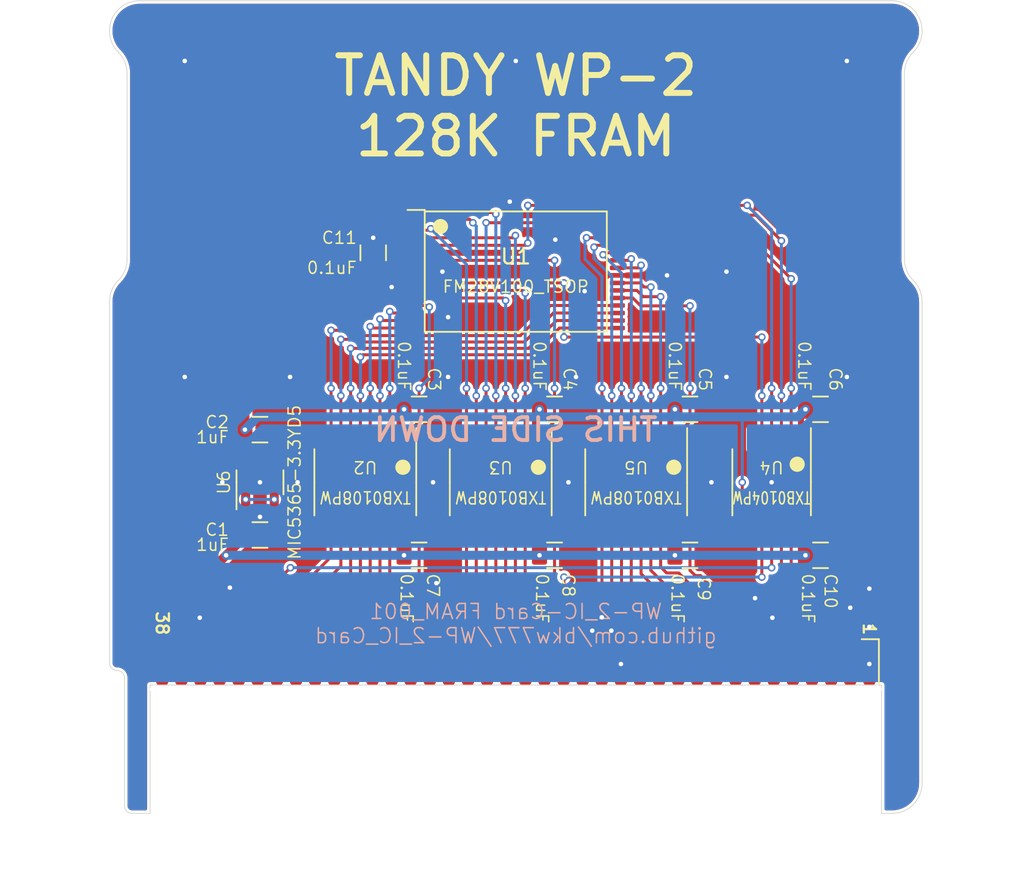
<source format=kicad_pcb>
(kicad_pcb (version 20211014) (generator pcbnew)
  (title_block (title "WP-2_IC-Card") (date "2023-01-12") (rev "FRAM_001") (company "Brian K. White - b.kenyon.w@gmail.com") (comment 1 "CC-BY-SA") (comment 2 "github.com/bkw777/WP-2_IC_Card"))
  (layers (0 "F.Cu" signal) (31 "B.Cu" signal) (34 "B.Paste" user) (35 "F.Paste" user) (36 "B.SilkS" user "B.Silkscreen") (37 "F.SilkS" user "F.Silkscreen") (38 "B.Mask" user) (39 "F.Mask" user) (44 "Edge.Cuts" user))
  (net 0 "")
  (net 1 "GND")
  (net 2 "/~{CE1}")
  (net 3 "/~{OE}")
  (net 4 "/D0")
  (net 5 "/D1")
  (net 6 "/D2")
  (net 7 "/D3")
  (net 8 "/D4")
  (net 9 "/D5")
  (net 10 "/D6")
  (net 11 "/D7")
  (net 12 "/A16")
  (net 13 "/A15")
  (net 14 "/A14")
  (net 15 "/A13")
  (net 16 "/A12")
  (net 17 "/A11")
  (net 18 "/A10")
  (net 19 "/A9")
  (net 20 "/A8")
  (net 21 "/A7")
  (net 22 "/A6")
  (net 23 "/A5")
  (net 24 "/A4")
  (net 25 "/A3")
  (net 26 "/A2")
  (net 27 "/A1")
  (net 28 "/A0")
  (net 30 "VMEM")
  (net 31 "VBUS")
  (net 32 "/~{WE}")
  (net 37 "Net-(U1-Pad1)")
  (net 38 "Net-(U1-Pad2)")
  (net 39 "Net-(U1-Pad3)")
  (net 40 "Net-(U1-Pad4)")
  (net 41 "Net-(U1-Pad5)")
  (net 42 "Net-(U1-Pad7)")
  (net 43 "Net-(U1-Pad10)")
  (net 44 "Net-(U1-Pad11)")
  (net 45 "Net-(U1-Pad12)")
  (net 46 "Net-(U1-Pad13)")
  (net 47 "Net-(U1-Pad14)")
  (net 48 "Net-(U1-Pad15)")
  (net 49 "Net-(U1-Pad16)")
  (net 50 "Net-(U1-Pad17)")
  (net 51 "Net-(U1-Pad18)")
  (net 52 "Net-(U1-Pad19)")
  (net 53 "Net-(U1-Pad20)")
  (net 54 "Net-(U1-Pad21)")
  (net 55 "Net-(U1-Pad22)")
  (net 56 "Net-(U1-Pad23)")
  (net 57 "Net-(U1-Pad25)")
  (net 58 "Net-(U1-Pad26)")
  (net 59 "Net-(U1-Pad27)")
  (net 60 "Net-(U1-Pad28)")
  (net 61 "Net-(U1-Pad29)")
  (net 62 "Net-(U1-Pad31)")
  (net 65 "Net-(U1-Pad30)")
  (net 66 "Net-(U1-Pad32)")
  (footprint "0_LOCAL:SMS-138-01-x-x_edge" (layer "F.Cu") (at 135.95 113.72 -90)
    (fp_text reference "J1" hide)
    (fp_text value "Conn_01x38_Female")
  )
  (footprint "0_LOCAL:npth_0.6mm" (layer "F.Cu") (at 159.95 114.02)
    (fp_text reference "REF**" hide)
    (fp_text value "npth_0.6mm")
  )
  (footprint "0_LOCAL:TSOP32-14mm" (layer "F.Cu") (at 135.95 86.245)
    (fp_text reference "U1")
    (fp_text value "FM28V100_TSOP")
  )
  (footprint "0_LOCAL:C_0805_1mm" (layer "F.Cu") (at 118.95 103.745 180)
    (fp_text reference "C1")
    (fp_text value "1uF")
  )
  (footprint "0_LOCAL:C_0805_1mm" (layer "F.Cu") (at 118.95 96.745 180)
    (fp_text reference "C2")
    (fp_text value "1uF")
  )
  (footprint "0_LOCAL:TSSOP-20_4.4x6.5mm_P0.65mm" (layer "F.Cu") (at 143.95 100.245 -90)
    (fp_text reference "U5")
    (fp_text value "TXB0108PW")
  )
  (footprint "0_LOCAL:C_0805_1mm" (layer "F.Cu") (at 129.525 95.395)
    (fp_text reference "C3")
    (fp_text value "0.1uF")
  )
  (footprint "0_LOCAL:TSOT-23-5" (layer "F.Cu") (at 118.95 100.245 90)
    (fp_text reference "U6")
    (fp_text value "MIC5365-3.3YD5")
  )
  (footprint "0_LOCAL:C_0805_1mm" (layer "F.Cu") (at 129.525 105.095)
    (fp_text reference "C7")
    (fp_text value "0.1uF")
  )
  (footprint "0_LOCAL:C_0805_1mm" (layer "F.Cu") (at 147.525 105.095)
    (fp_text reference "C9")
    (fp_text value "0.1uF")
  )
  (footprint "0_LOCAL:TSSOP-20_4.4x6.5mm_P0.65mm" (layer "F.Cu") (at 134.95 100.245 -90)
    (fp_text reference "U3")
    (fp_text value "TXB0108PW")
  )
  (footprint "0_LOCAL:WP-2_IC_Card_Cover_RAM" (layer "F.Cu") (at 135.95 95.245)
    (fp_text reference "REF**" hide)
    (fp_text value "WP-2_IC_Card_Cover_RAM")
  )
  (footprint "0_LOCAL:C_0805_1mm" (layer "F.Cu") (at 147.525 95.395)
    (fp_text reference "C5")
    (fp_text value "0.1uF")
  )
  (footprint "0_LOCAL:C_0805_1mm" (layer "F.Cu") (at 156.2 95.395)
    (fp_text reference "C6")
    (fp_text value "0.1uF")
  )
  (footprint "0_LOCAL:C_0805_1mm" (layer "F.Cu") (at 156.2 105.095)
    (fp_text reference "C10")
    (fp_text value "0.1uF")
  )
  (footprint "0_LOCAL:npth_0.6mm" (layer "F.Cu") (at 111.95 114.02)
    (fp_text reference "REF**" hide)
    (fp_text value "npth_0.6mm")
  )
  (footprint "0_LOCAL:TSSOP-20_4.4x6.5mm_P0.65mm" (layer "F.Cu") (at 125.95 100.245 -90)
    (fp_text reference "U2")
    (fp_text value "TXB0108PW")
  )
  (footprint "0_LOCAL:C_0805_1mm" (layer "F.Cu") (at 138.525 105.095)
    (fp_text reference "C8")
    (fp_text value "0.1uF")
  )
  (footprint "0_LOCAL:TSSOP-14_4.4x5mm_P0.65mm" (layer "F.Cu") (at 152.95 100.245 -90)
    (fp_text reference "U4")
    (fp_text value "TXB0104PW")
  )
  (footprint "0_LOCAL:C_0805_1mm" (layer "F.Cu") (at 138.525 95.395)
    (fp_text reference "C4")
    (fp_text value "0.1uF")
  )
  (footprint "0_LOCAL:C_0805_1mm" (layer "F.Cu") (at 126.475 84.995 90)
    (fp_text reference "C11")
    (fp_text value "0.1uF")
  )
  (gr_line (start 108.949999 88.245) (end 108.95 112.245) (layer "Edge.Cuts") (width 0.05))
  (gr_line (start 160.95 68.245) (end 110.95 68.245) (layer "Edge.Cuts") (width 0.05))
  (gr_line (start 111.65 113.72) (end 160.25 113.72) (layer "Edge.Cuts") (width 0.05))
  (gr_line (start 160.25 122.245) (end 160.25 113.72) (layer "Edge.Cuts") (width 0.05))
  (gr_line (start 111.65 122.245) (end 111.65 113.72) (layer "Edge.Cuts") (width 0.05))
  (gr_line (start 110.45 122.245) (end 111.65 122.245) (layer "Edge.Cuts") (width 0.05))
  (gr_line (start 160.95 122.245) (end 160.25 122.245) (layer "Edge.Cuts") (width 0.05))
  (gr_line (start 162.95 120.245) (end 162.95 88.245) (layer "Edge.Cuts") (width 0.05))
  (gr_line (start 109.95 113.245) (end 109.95 121.745) (layer "Edge.Cuts") (width 0.05))
  (gr_arc (start 109.535787 71.659214) (mid 109.969333 72.308061) (end 110.121574 73.073428) (layer "Edge.Cuts") (width 0.05))
  (gr_arc (start 162.364213 86.830786) (mid 162.797759 87.479633) (end 162.95 88.245) (layer "Edge.Cuts") (width 0.05))
  (gr_arc (start 162.95 120.245) (mid 162.364214 121.659214) (end 160.95 122.245) (layer "Edge.Cuts") (width 0.05))
  (gr_arc (start 109.45 112.745) (mid 109.803553 112.891447) (end 109.95 113.245) (layer "Edge.Cuts") (width 0.05))
  (gr_arc (start 108.95 70.245) (mid 109.535786 68.830786) (end 110.95 68.245) (layer "Edge.Cuts") (width 0.05))
  (gr_arc (start 160.95 68.245) (mid 162.364214 68.830786) (end 162.95 70.245) (layer "Edge.Cuts") (width 0.05))
  (gr_arc (start 110.45 122.245) (mid 110.096447 122.098553) (end 109.95 121.745) (layer "Edge.Cuts") (width 0.05))
  (gr_arc (start 162.95 70.245) (mid 162.797759 71.010367) (end 162.364213 71.659214) (layer "Edge.Cuts") (width 0.05))
  (gr_arc (start 110.121573 85.416572) (mid 109.969339 86.181944) (end 109.535786 86.830786) (layer "Edge.Cuts") (width 0.05))
  (gr_line (start 161.778426 73.073428) (end 161.778426 85.416572) (layer "Edge.Cuts") (width 0.05))
  (gr_arc (start 162.364213 86.830786) (mid 161.930671 86.181939) (end 161.778426 85.416572) (layer "Edge.Cuts") (width 0.05))
  (gr_arc (start 108.949999 88.245) (mid 109.10224 87.479633) (end 109.535786 86.830786) (layer "Edge.Cuts") (width 0.05))
  (gr_arc (start 161.778426 73.073428) (mid 161.930667 72.308061) (end 162.364213 71.659214) (layer "Edge.Cuts") (width 0.05))
  (gr_arc (start 109.535787 71.659214) (mid 109.102241 71.010367) (end 108.95 70.245) (layer "Edge.Cuts") (width 0.05))
  (gr_line (start 110.121574 73.073428) (end 110.121573 85.416572) (layer "Edge.Cuts") (width 0.05))
  (gr_arc (start 109.45 112.745) (mid 109.096447 112.598553) (end 108.95 112.245) (layer "Edge.Cuts") (width 0.05))
  (gr_text "${TITLE} ${REVISION}\n${COMMENT2}" (at 135.95 109.64) (layer "B.SilkS") (effects (font (size 1 1) (thickness 0.1)) (justify mirror)))
  (gr_text "THIS SIDE DOWN" (at 135.95 96.745) (layer "B.SilkS") (effects (font (size 1.524 1.524) (thickness 0.254)) (justify mirror)))
  (gr_text "1" (at 159.445 110.485 -90) (layer "F.SilkS") (effects (font (size 0.8128 0.8128) (thickness 0.1524)) (justify right)))
  (gr_text "38" (at 112.455 110.485 -90) (layer "F.SilkS") (effects (font (size 0.8128 0.8128) (thickness 0.1524)) (justify right)))
  (gr_text "TANDY WP-2\n128K FRAM" (at 135.95 75.245) (layer "F.SilkS") (effects (font (size 2.5 2.5) (thickness 0.4))))
  (via (at 118.95 102.545) (size 0.5) (drill 0.3) (layers "F.Cu" "B.Cu") (net 1))
  (via (at 131.45 89.27) (size 0.5) (drill 0.3) (layers "F.Cu" "B.Cu") (net 1))
  (via (at 139.95 93.245) (size 0.5) (drill 0.3) (layers "F.Cu" "B.Cu") (net 1))
  (via (at 151.85 107.945) (size 0.5) (drill 0.3) (layers "F.Cu" "B.Cu") (net 1))
  (via (at 116.95 107.245) (size 0.5) (drill 0.3) (layers "F.Cu" "B.Cu") (net 1))
  (via (at 142.3 110.104) (size 0.5) (drill 0.3) (layers "F.Cu" "B.Cu") (net 1))
  (via (at 127.7 87.27) (size 0.5) (drill 0.3) (layers "F.Cu" "B.Cu") (net 1))
  (via (at 135.55 81.595) (size 0.5) (drill 0.3) (layers "F.Cu" "B.Cu") (net 1))
  (via (at 114.95 109.245) (size 0.5) (drill 0.3) (layers "F.Cu" "B.Cu") (net 1))
  (via (at 149.95 93.245) (size 0.5) (drill 0.3) (layers "F.Cu" "B.Cu") (net 1))
  (via (at 157.95 72.245) (size 0.5) (drill 0.3) (layers "F.Cu" "B.Cu") (net 1))
  (via (at 135.95 72.245) (size 0.5) (drill 0.3) (layers "F.Cu" "B.Cu") (net 1))
  (via (at 126.475 83.995) (size 0.5) (drill 0.3) (layers "F.Cu" "B.Cu") (net 1))
  (via (at 118.95 100.245) (size 0.5) (drill 0.3) (layers "F.Cu" "B.Cu") (net 1))
  (via (at 140.525 87.545) (size 0.5) (drill 0.3) (layers "F.Cu" "B.Cu") (net 1))
  (via (at 159.445 107.31) (size 0.5) (drill 0.3) (layers "F.Cu" "B.Cu") (net 1))
  (via (at 141.03 110.104) (size 0.5) (drill 0.3) (layers "F.Cu" "B.Cu") (net 1))
  (via (at 148.95 100.245) (size 0.5) (drill 0.3) (layers "F.Cu" "B.Cu") (net 1))
  (via (at 138.575 84.12) (size 0.5) (drill 0.3) (layers "F.Cu" "B.Cu") (net 1))
  (via (at 152.95 100.245) (size 0.5) (drill 0.3) (layers "F.Cu" "B.Cu") (net 1))
  (via (at 113.95 72.245) (size 0.5) (drill 0.3) (layers "F.Cu" "B.Cu") (net 1))
  (via (at 142.935 112.32) (size 0.5) (drill 0.3) (layers "F.Cu" "B.Cu") (net 1))
  (via (at 146 86.495) (size 0.5) (drill 0.3) (layers "F.Cu" "B.Cu") (net 1))
  (via (at 120.95 93.245) (size 0.5) (drill 0.3) (layers "F.Cu" "B.Cu") (net 1))
  (via (at 159.445 112.32) (size 0.5) (drill 0.3) (layers "F.Cu" "B.Cu") (net 1))
  (via (at 131.075 86.245) (size 0.5) (drill 0.3) (layers "F.Cu" "B.Cu") (net 1))
  (via (at 141.665 109.215) (size 0.5) (drill 0.3) (layers "F.Cu" "B.Cu") (net 1))
  (via (at 157.95 93.245) (size 0.5) (drill 0.3) (layers "F.Cu" "B.Cu") (net 1))
  (via (at 130.675 106.945) (size 0.5) (drill 0.3) (layers "F.Cu" "B.Cu") (net 1))
  (via (at 130.45 100.245) (size 0.5) (drill 0.3) (layers "F.Cu" "B.Cu") (net 1))
  (via (at 153 109.245) (size 0.5) (drill 0.3) (layers "F.Cu" "B.Cu") (net 1))
  (via (at 158.175 108.58) (size 0.5) (drill 0.3) (layers "F.Cu" "B.Cu") (net 1))
  (via (at 159.445 109.85) (size 0.5) (drill 0.3) (layers "F.Cu" "B.Cu") (net 1))
  (via (at 116.45 100.245) (size 0.5) (drill 0.3) (layers "F.Cu" "B.Cu") (net 1))
  (via (at 149.95 86.245) (size 0.5) (drill 0.3) (layers "F.Cu" "B.Cu") (net 1))
  (via (at 113.95 93.245) (size 0.5) (drill 0.3) (layers "F.Cu" "B.Cu") (net 1))
  (via (at 121.45 100.245) (size 0.5) (drill 0.3) (layers "F.Cu" "B.Cu") (net 1))
  (via (at 139.45 100.245) (size 0.5) (drill 0.3) (layers "F.Cu" "B.Cu") (net 1))
  (via (at 131.45 93.245) (size 0.5) (drill 0.3) (layers "F.Cu" "B.Cu") (net 1))
  (segment (start 154.25 103.1075) (end 154.25 106.395) (width 0.2) (layer "F.Cu") (net 2))
  (segment (start 155.635 107.78) (end 155.635 112.32) (width 0.2) (layer "F.Cu") (net 2))
  (segment (start 154.25 106.395) (end 155.635 107.78) (width 0.2) (layer "F.Cu") (net 2))
  (segment (start 154.365 108.11) (end 154.365 112.32) (width 0.2) (layer "F.Cu") (net 3))
  (segment (start 153.6 107.345) (end 154.365 108.11) (width 0.2) (layer "F.Cu") (net 3))
  (segment (start 153.6 103.1075) (end 153.6 107.345) (width 0.2) (layer "F.Cu") (net 3))
  (segment (start 153.095 112.32) (end 153.095 111.315) (width 0.2) (layer "F.Cu") (net 4))
  (segment (start 146.875 103.645) (end 146.875 103.1075) (width 0.2) (layer "F.Cu") (net 4))
  (segment (start 147.525 106.095) (end 147.525 104.295) (width 0.2) (layer "F.Cu") (net 4))
  (segment (start 147.875 106.445) (end 147.525 106.095) (width 0.2) (layer "F.Cu") (net 4))
  (segment (start 153.095 111.315) (end 148.225 106.445) (width 0.2) (layer "F.Cu") (net 4))
  (segment (start 148.225 106.445) (end 147.875 106.445) (width 0.2) (layer "F.Cu") (net 4))
  (segment (start 147.525 104.295) (end 146.875 103.645) (width 0.2) (layer "F.Cu") (net 4))
  (segment (start 146.775 106.27) (end 151.825 111.32) (width 0.2) (layer "F.Cu") (net 5))
  (segment (start 151.825 111.32) (end 151.825 112.32) (width 0.2) (layer "F.Cu") (net 5))
  (segment (start 145.575 103.1075) (end 145.575 105.87) (width 0.2) (layer "F.Cu") (net 5))
  (segment (start 145.975 106.27) (end 146.775 106.27) (width 0.2) (layer "F.Cu") (net 5))
  (segment (start 145.575 105.87) (end 145.975 106.27) (width 0.2) (layer "F.Cu") (net 5))
  (segment (start 145.8 106.97) (end 146.225 106.97) (width 0.2) (layer "F.Cu") (net 6))
  (segment (start 150.555 111.3) (end 150.555 112.32) (width 0.2) (layer "F.Cu") (net 6))
  (segment (start 144.925 106.095) (end 145.8 106.97) (width 0.2) (layer "F.Cu") (net 6))
  (segment (start 146.225 106.97) (end 150.555 111.3) (width 0.2) (layer "F.Cu") (net 6))
  (segment (start 144.925 103.1075) (end 144.925 106.095) (width 0.2) (layer "F.Cu") (net 6))
  (segment (start 144.275 103.1075) (end 144.275 106.32) (width 0.2) (layer "F.Cu") (net 7))
  (segment (start 149.285 111.33) (end 149.285 112.32) (width 0.2) (layer "F.Cu") (net 7))
  (segment (start 144.275 106.32) (end 149.285 111.33) (width 0.2) (layer "F.Cu") (net 7))
  (segment (start 143.625 106.92) (end 148.015 111.31) (width 0.2) (layer "F.Cu") (net 8))
  (segment (start 148.015 111.31) (end 148.015 112.32) (width 0.2) (layer "F.Cu") (net 8))
  (segment (start 143.625 103.1075) (end 143.625 106.92) (width 0.2) (layer "F.Cu") (net 8))
  (segment (start 142.975 107.545) (end 146.745 111.315) (width 0.2) (layer "F.Cu") (net 9))
  (segment (start 142.975 103.1075) (end 142.975 107.545) (width 0.2) (layer "F.Cu") (net 9))
  (segment (start 146.745 111.315) (end 146.745 112.32) (width 0.2) (layer "F.Cu") (net 9))
  (segment (start 145.2 112.045) (end 145.475 112.32) (width 0.2) (layer "F.Cu") (net 10))
  (segment (start 142.325 103.1075) (end 142.325 107.745) (width 0.2) (layer "F.Cu") (net 10))
  (segment (start 142.325 107.745) (end 145.2 110.62) (width 0.2) (layer "F.Cu") (net 10))
  (segment (start 145.2 110.62) (end 145.2 112.045) (width 0.2) (layer "F.Cu") (net 10))
  (segment (start 141.675 107.97) (end 144.205 110.5) (width 0.2) (layer "F.Cu") (net 11))
  (segment (start 141.675 103.1075) (end 141.675 107.97) (width 0.2) (layer "F.Cu") (net 11))
  (segment (start 144.205 110.5) (end 144.205 112.32) (width 0.2) (layer "F.Cu") (net 11))
  (segment (start 152.3 106.545) (end 152.3 103.1075) (width 0.2) (layer "F.Cu") (net 12))
  (segment (start 139.15 106.545) (end 139.15 110.02) (width 0.2) (layer "F.Cu") (net 12))
  (segment (start 137.855 111.315) (end 137.855 112.32) (width 0.2) (layer "F.Cu") (net 12))
  (segment (start 139.15 110.02) (end 137.855 111.315) (width 0.2) (layer "F.Cu") (net 12))
  (via (at 152.3 106.545) (size 0.5) (drill 0.3) (layers "F.Cu" "B.Cu") (net 12))
  (via (at 139.15 106.545) (size 0.5) (drill 0.3) (layers "F.Cu" "B.Cu") (net 12))
  (segment (start 152.3 106.545) (end 139.15 106.545) (width 0.2) (layer "B.Cu") (net 12))
  (segment (start 138.525 109.395) (end 136.585 111.335) (width 0.2) (layer "F.Cu") (net 13))
  (segment (start 138.525 104.295) (end 138.525 109.395) (width 0.2) (layer "F.Cu") (net 13))
  (segment (start 137.875 103.1075) (end 137.875 103.645) (width 0.2) (layer "F.Cu") (net 13))
  (segment (start 136.585 111.335) (end 136.585 112.32) (width 0.2) (layer "F.Cu") (net 13))
  (segment (start 137.875 103.645) (end 138.525 104.295) (width 0.2) (layer "F.Cu") (net 13))
  (segment (start 136.575 103.1075) (end 136.575 110.0575) (width 0.2) (layer "F.Cu") (net 14))
  (segment (start 136.575 110.0575) (end 135.315 111.3175) (width 0.2) (layer "F.Cu") (net 14))
  (segment (start 135.315 111.3175) (end 135.315 112.32) (width 0.2) (layer "F.Cu") (net 14))
  (segment (start 134.045 111.325) (end 134.045 112.32) (width 0.2) (layer "F.Cu") (net 15))
  (segment (start 135.925 103.1075) (end 135.925 109.445) (width 0.2) (layer "F.Cu") (net 15))
  (segment (start 135.925 109.445) (end 134.045 111.325) (width 0.2) (layer "F.Cu") (net 15))
  (segment (start 135.275 108.845) (end 132.775 111.345) (width 0.2) (layer "F.Cu") (net 16))
  (segment (start 135.275 103.1075) (end 135.275 108.845) (width 0.2) (layer "F.Cu") (net 16))
  (segment (start 132.775 111.345) (end 132.775 112.32) (width 0.2) (layer "F.Cu") (net 16))
  (segment (start 131.505 111.315) (end 131.505 112.32) (width 0.2) (layer "F.Cu") (net 17))
  (segment (start 134.625 103.1075) (end 134.625 108.195) (width 0.2) (layer "F.Cu") (net 17))
  (segment (start 134.625 108.195) (end 131.505 111.315) (width 0.2) (layer "F.Cu") (net 17))
  (segment (start 130.235 112.32) (end 130.235 111.31) (width 0.2) (layer "F.Cu") (net 18))
  (segment (start 130.235 111.31) (end 133.975 107.57) (width 0.2) (layer "F.Cu") (net 18))
  (segment (start 133.975 107.57) (end 133.975 103.1075) (width 0.2) (layer "F.Cu") (net 18))
  (segment (start 133.325 106.97) (end 133.325 103.1075) (width 0.2) (layer "F.Cu") (net 19))
  (segment (start 128.965 111.33) (end 133.325 106.97) (width 0.2) (layer "F.Cu") (net 19))
  (segment (start 128.965 112.32) (end 128.965 111.33) (width 0.2) (layer "F.Cu") (net 19))
  (segment (start 127.695 111.325) (end 132.675 106.345) (width 0.2) (layer "F.Cu") (net 20))
  (segment (start 127.695 112.32) (end 127.695 111.325) (width 0.2) (layer "F.Cu") (net 20))
  (segment (start 132.675 106.345) (end 132.675 103.1075) (width 0.2) (layer "F.Cu") (net 20))
  (segment (start 129.525 108.22) (end 126.425 111.32) (width 0.2) (layer "F.Cu") (net 21))
  (segment (start 129.525 104.295) (end 129.525 108.22) (width 0.2) (layer "F.Cu") (net 21))
  (segment (start 126.425 111.32) (end 126.425 112.32) (width 0.2) (layer "F.Cu") (net 21))
  (segment (start 128.875 103.1075) (end 128.875 103.645) (width 0.2) (layer "F.Cu") (net 21))
  (segment (start 128.875 103.645) (end 129.525 104.295) (width 0.2) (layer "F.Cu") (net 21))
  (segment (start 125.155 111.34) (end 125.155 112.32) (width 0.2) (layer "F.Cu") (net 22))
  (segment (start 127.575 103.1075) (end 127.575 108.92) (width 0.2) (layer "F.Cu") (net 22))
  (segment (start 127.575 108.92) (end 125.155 111.34) (width 0.2) (layer "F.Cu") (net 22))
  (segment (start 126.925 103.1075) (end 126.925 108.32) (width 0.2) (layer "F.Cu") (net 23))
  (segment (start 123.885 111.36) (end 123.885 112.32) (width 0.2) (layer "F.Cu") (net 23))
  (segment (start 126.925 108.32) (end 123.885 111.36) (width 0.2) (layer "F.Cu") (net 23))
  (segment (start 122.615 111.33) (end 122.615 112.32) (width 0.2) (layer "F.Cu") (net 24))
  (segment (start 126.275 103.1075) (end 126.275 107.67) (width 0.2) (layer "F.Cu") (net 24))
  (segment (start 126.275 107.67) (end 122.615 111.33) (width 0.2) (layer "F.Cu") (net 24))
  (segment (start 125.625 107.045) (end 121.345 111.325) (width 0.2) (layer "F.Cu") (net 25))
  (segment (start 121.345 111.325) (end 121.345 112.32) (width 0.2) (layer "F.Cu") (net 25))
  (segment (start 125.625 103.1075) (end 125.625 107.045) (width 0.2) (layer "F.Cu") (net 25))
  (segment (start 124.975 106.42) (end 120.075 111.32) (width 0.2) (layer "F.Cu") (net 26))
  (segment (start 120.075 111.32) (end 120.075 112.32) (width 0.2) (layer "F.Cu") (net 26))
  (segment (start 124.975 103.1075) (end 124.975 106.42) (width 0.2) (layer "F.Cu") (net 26))
  (segment (start 124.325 103.1075) (end 124.325 105.82) (width 0.2) (layer "F.Cu") (net 27))
  (segment (start 124.325 105.82) (end 118.805 111.34) (width 0.2) (layer "F.Cu") (net 27))
  (segment (start 118.805 111.34) (end 118.805 112.32) (width 0.2) (layer "F.Cu") (net 27))
  (segment (start 123.675 105.195) (end 123.675 103.1075) (width 0.2) (layer "F.Cu") (net 28))
  (segment (start 117.75 112.105) (end 117.75 111.12) (width 0.2) (layer "F.Cu") (net 28))
  (segment (start 117.535 112.32) (end 117.75 112.105) (width 0.2) (layer "F.Cu") (net 28))
  (segment (start 117.75 111.12) (end 123.675 105.195) (width 0.2) (layer "F.Cu") (net 28))
  (segment (start 117.95 89.345) (end 121.3 85.995) (width 0.6) (layer "F.Cu") (net 30))
  (segment (start 132.325 98.545) (end 136.875 98.545) (width 0.2) (layer "F.Cu") (net 30))
  (segment (start 128.225 98.245) (end 128.225 97.3825) (width 0.2) (layer "F.Cu") (net 30))
  (segment (start 123.025 98.22) (end 123.375 98.57) (width 0.2) (layer "F.Cu") (net 30))
  (segment (start 117.95 96.745) (end 118 96.795) (width 0.6) (layer "F.Cu") (net 30))
  (segment (start 128.3 85.145) (end 128.45 84.995) (width 0.2) (layer "F.Cu") (net 30))
  (segment (start 146.225 98.195) (end 146.225 97.3825) (width 0.2) (layer "F.Cu") (net 30))
  (segment (start 155.2 95.395) (end 154.9 95.695) (width 0.4) (layer "F.Cu") (net 30))
  (segment (start 126.475 85.995) (end 128.3 85.995) (width 0.3) (layer "F.Cu") (net 30))
  (segment (start 128.525 95.395) (end 128.225 95.695) (width 0.4) (layer "F.Cu") (net 30))
  (segment (start 121.3 85.995) (end 126.475 85.995) (width 0.6) (layer "F.Cu") (net 30))
  (segment (start 151 103.1075) (end 151 100.245) (width 0.2) (layer "F.Cu") (net 30))
  (segment (start 141.025 98.245) (end 141.325 98.545) (width 0.2) (layer "F.Cu") (net 30))
  (segment (start 127.9 98.57) (end 128.225 98.245) (width 0.2) (layer "F.Cu") (net 30))
  (segment (start 132.025 97.3825) (end 132.025 98.245) (width 0.2) (layer "F.Cu") (net 30))
  (segment (start 146.525 95.395) (end 146.225 95.695) (width 0.4) (layer "F.Cu") (net 30))
  (segment (start 145.875 98.545) (end 146.225 98.195) (width 0.2) (layer "F.Cu") (net 30))
  (segment (start 118 96.795) (end 118 99.2075) (width 0.6) (layer "F.Cu") (net 30))
  (segment (start 132.025 98.245) (end 132.325 98.545) (width 0.2) (layer "F.Cu") (net 30))
  (segment (start 128.3 85.995) (end 129.2 85.995) (width 0.3) (layer "F.Cu") (net 30))
  (segment (start 117.95 96.745) (end 117.95 89.345) (width 0.6) (layer "F.Cu") (net 30))
  (segment (start 141.025 97.3825) (end 141.025 98.245) (width 0.2) (layer "F.Cu") (net 30))
  (segment (start 128.3 85.995) (end 128.3 85.145) (width 0.2) (layer "F.Cu") (net 30))
  (segment (start 154.9 95.695) (end 154.9 97.3825) (width 0.4) (layer "F.Cu") (net 30))
  (segment (start 137.225 95.695) (end 137.225 97.3825) (width 0.4) (layer "F.Cu") (net 30))
  (segment (start 137.525 95.395) (end 137.225 95.695) (width 0.4) (layer "F.Cu") (net 30))
  (segment (start 123.375 98.57) (end 127.9 98.57) (width 0.2) (layer "F.Cu") (net 30))
  (segment (start 128.45 84.995) (end 129.2 84.995) (width 0.2) (layer "F.Cu") (net 30))
  (segment (start 146.225 95.695) (end 146.225 97.3825) (width 0.4) (layer "F.Cu") (net 30))
  (segment (start 123.025 97.3825) (end 123.025 98.22) (width 0.2) (layer "F.Cu") (net 30))
  (segment (start 136.875 98.545) (end 137.225 98.195) (width 0.2) (layer "F.Cu") (net 30))
  (segment (start 128.225 95.695) (end 128.225 97.3825) (width 0.4) (layer "F.Cu") (net 30))
  (segment (start 141.325 98.545) (end 145.875 98.545) (width 0.2) (layer "F.Cu") (net 30))
  (segment (start 137.225 98.195) (end 137.225 97.3825) (width 0.2) (layer "F.Cu") (net 30))
  (via (at 155.2 95.395) (size 0.5) (drill 0.3) (layers "F.Cu" "B.Cu") (net 30))
  (via (at 137.525 95.395) (size 0.5) (drill 0.3) (layers "F.Cu" "B.Cu") (net 30))
  (via (at 128.525 95.395) (size 0.5) (drill 0.3) (layers "F.Cu" "B.Cu") (net 30))
  (via (at 117.95 96.745) (size 0.5) (drill 0.3) (layers "F.Cu" "B.Cu") (net 30))
  (via (at 151 100.245) (size 0.5) (drill 0.3) (layers "F.Cu" "B.Cu") (net 30))
  (via (at 146.525 95.395) (size 0.5) (drill 0.3) (layers "F.Cu" "B.Cu") (net 30))
  (segment (start 146.525 95.895) (end 146.525 95.395) (width 0.6) (layer "B.Cu") (net 30))
  (segment (start 128.525 95.895) (end 128.525 95.395) (width 0.6) (layer "B.Cu") (net 30))
  (segment (start 155.2 95.395) (end 154.7 95.895) (width 0.6) (layer "B.Cu") (net 30))
  (segment (start 118.8 95.895) (end 151 95.895) (width 0.6) (layer "B.Cu") (net 30))
  (segment (start 117.95 96.745) (end 118.8 95.895) (width 0.6) (layer "B.Cu") (net 30))
  (segment (start 151 100.245) (end 151 95.895) (width 0.2) (layer "B.Cu") (net 30))
  (segment (start 137.525 95.895) (end 137.525 95.395) (width 0.6) (layer "B.Cu") (net 30))
  (segment (start 154.7 95.895) (end 151 95.895) (width 0.6) (layer "B.Cu") (net 30))
  (segment (start 118 103.795) (end 118 101.3825) (width 0.6) (layer "F.Cu") (net 31))
  (segment (start 146.225 104.795) (end 146.225 103.1075) (width 0.4) (layer "F.Cu") (net 31))
  (segment (start 128.225 104.795) (end 128.225 103.1075) (width 0.4) (layer "F.Cu") (net 31))
  (segment (start 155.2 105.095) (end 154.9 104.795) (width 0.4) (layer "F.Cu") (net 31))
  (segment (start 146.525 105.095) (end 146.225 104.795) (width 0.4) (layer "F.Cu") (net 31))
  (segment (start 112.455 109.34) (end 112.455 112.32) (width 0.6) (layer "F.Cu") (net 31))
  (segment (start 116.7 105.095) (end 112.455 109.34) (width 0.6) (layer "F.Cu") (net 31))
  (segment (start 128.525 105.095) (end 128.225 104.795) (width 0.4) (layer "F.Cu") (net 31))
  (segment (start 137.225 104.795) (end 137.225 103.1075) (width 0.4) (layer "F.Cu") (net 31))
  (segment (start 137.525 105.095) (end 137.225 104.795) (width 0.4) (layer "F.Cu") (net 31))
  (segment (start 154.9 104.795) (end 154.9 103.1075) (width 0.4) (layer "F.Cu") (net 31))
  (segment (start 116.7 105.095) (end 118 103.795) (width 0.6) (layer "F.Cu") (net 31))
  (via (at 146.525 105.095) (size 0.5) (drill 0.3) (layers "F.Cu" "B.Cu") (net 31))
  (via (at 128.525 105.095) (size 0.5) (drill 0.3) (layers "F.Cu" "B.Cu") (net 31))
  (via (at 137.525 105.095) (size 0.5) (drill 0.3) (layers "F.Cu" "B.Cu") (net 31))
  (via (at 119.9 101.3825) (size 0.5) (drill 0.3) (layers "F.Cu" "B.Cu") (net 31))
  (via (at 118 101.3825) (size 0.5) (drill 0.3) (layers "F.Cu" "B.Cu") (net 31))
  (via (at 155.2 105.095) (size 0.5) (drill 0.3) (layers "F.Cu" "B.Cu") (net 31))
  (via (at 116.7 105.095) (size 0.5) (drill 0.3) (layers "F.Cu" "B.Cu") (net 31))
  (segment (start 116.7 105.095) (end 146.525 105.095) (width 0.6) (layer "B.Cu") (net 31))
  (segment (start 119.9 101.3825) (end 118 101.3825) (width 0.2) (layer "B.Cu") (net 31))
  (segment (start 155.2 105.095) (end 146.525 105.095) (width 0.6) (layer "B.Cu") (net 31))
  (segment (start 116.265 110.63) (end 116.265 112.32) (width 0.2) (layer "F.Cu") (net 32))
  (segment (start 120.975 105.92) (end 116.265 110.63) (width 0.2) (layer "F.Cu") (net 32))
  (segment (start 152.95 105.92) (end 152.95 103.1075) (width 0.2) (layer "F.Cu") (net 32))
  (via (at 152.95 105.92) (size 0.5) (drill 0.3) (layers "F.Cu" "B.Cu") (net 32))
  (via (at 120.975 105.92) (size 0.5) (drill 0.3) (layers "F.Cu" "B.Cu") (net 32))
  (segment (start 120.975 105.92) (end 152.95 105.92) (width 0.2) (layer "B.Cu") (net 32))
  (segment (start 134.525 82.32) (end 129.75 82.32) (width 0.2) (layer "F.Cu") (net 37))
  (segment (start 134.625 82.42) (end 134.525 82.32) (width 0.2) (layer "F.Cu") (net 37))
  (segment (start 129.75 82.32) (end 129.575 82.495) (width 0.2) (layer "F.Cu") (net 37))
  (segment (start 129.575 82.495) (end 129.2 82.495) (width 0.2) (layer "F.Cu") (net 37))
  (segment (start 134.625 97.3825) (end 134.625 94.495) (width 0.2) (layer "F.Cu") (net 37))
  (via (at 134.625 94.495) (size 0.5) (drill 0.3) (layers "F.Cu" "B.Cu") (net 37))
  (via (at 134.625 82.42) (size 0.5) (drill 0.3) (layers "F.Cu" "B.Cu") (net 37))
  (segment (start 134.625 82.42) (end 134.625 94.495) (width 0.2) (layer "B.Cu") (net 37))
  (segment (start 133.325 97.3825) (end 133.325 94.495) (width 0.2) (layer "F.Cu") (net 38))
  (segment (start 132.875 82.77) (end 130.05 82.77) (width 0.2) (layer "F.Cu") (net 38))
  (segment (start 130.05 82.77) (end 129.825 82.995) (width 0.2) (layer "F.Cu") (net 38))
  (segment (start 129.825 82.995) (end 129.2 82.995) (width 0.2) (layer "F.Cu") (net 38))
  (segment (start 133.1 82.995) (end 132.875 82.77) (width 0.2) (layer "F.Cu") (net 38))
  (via (at 133.325 94.495) (size 0.5) (drill 0.3) (layers "F.Cu" "B.Cu") (net 38))
  (via (at 133.1 82.995) (size 0.5) (drill 0.3) (layers "F.Cu" "B.Cu") (net 38))
  (segment (start 133.325 94.495) (end 133.325 83.22) (width 0.2) (layer "B.Cu") (net 38))
  (segment (start 133.325 83.22) (end 133.1 82.995) (width 0.2) (layer "B.Cu") (net 38))
  (segment (start 130.3 83.395) (end 130.2 83.495) (width 0.2) (layer "F.Cu") (net 39))
  (segment (start 130.2 83.495) (end 129.2 83.495) (width 0.2) (layer "F.Cu") (net 39))
  (segment (start 132.675 93.995) (end 132.675 97.3825) (width 0.2) (layer "F.Cu") (net 39))
  (via (at 132.675 93.995) (size 0.5) (drill 0.3) (layers "F.Cu" "B.Cu") (net 39))
  (via (at 130.3 83.395) (size 0.5) (drill 0.3) (layers "F.Cu" "B.Cu") (net 39))
  (segment (start 132.675 85.77) (end 130.3 83.395) (width 0.2) (layer "B.Cu") (net 39))
  (segment (start 132.675 93.995) (end 132.675 85.77) (width 0.2) (layer "B.Cu") (net 39))
  (segment (start 135.775 83.995) (end 135.925 83.845) (width 0.2) (layer "F.Cu") (net 40))
  (segment (start 129.2 83.995) (end 135.775 83.995) (width 0.2) (layer "F.Cu") (net 40))
  (segment (start 135.925 97.3825) (end 135.925 94.495) (width 0.2) (layer "F.Cu") (net 40))
  (via (at 135.925 94.495) (size 0.5) (drill 0.3) (layers "F.Cu" "B.Cu") (net 40))
  (via (at 135.925 83.845) (size 0.5) (drill 0.3) (layers "F.Cu" "B.Cu") (net 40))
  (segment (start 135.925 94.495) (end 135.925 83.845) (width 0.2) (layer "B.Cu") (net 40))
  (segment (start 136.75 81.845) (end 151.325 81.845) (width 0.2) (layer "F.Cu") (net 41))
  (segment (start 136.6 84.495) (end 129.2 84.495) (width 0.2) (layer "F.Cu") (net 41))
  (segment (start 136.75 84.345) (end 136.6 84.495) (width 0.2) (layer "F.Cu") (net 41))
  (segment (start 152.95 93.995) (end 152.95 97.3825) (width 0.2) (layer "F.Cu") (net 41))
  (via (at 136.75 84.345) (size 0.5) (drill 0.3) (layers "F.Cu" "B.Cu") (net 41))
  (via (at 152.95 93.995) (size 0.5) (drill 0.3) (layers "F.Cu" "B.Cu") (net 41))
  (via (at 136.75 81.845) (size 0.5) (drill 0.3) (layers "F.Cu" "B.Cu") (net 41))
  (via (at 151.325 81.845) (size 0.5) (drill 0.3) (layers "F.Cu" "B.Cu") (net 41))
  (segment (start 152.95 93.995) (end 152.95 83.47) (width 0.2) (layer "B.Cu") (net 41))
  (segment (start 136.75 81.845) (end 136.75 84.345) (width 0.2) (layer "B.Cu") (net 41))
  (segment (start 152.95 83.47) (end 151.325 81.845) (width 0.2) (layer "B.Cu") (net 41))
  (segment (start 138.525 93.995) (end 138.525 96.195) (width 0.2) (layer "F.Cu") (net 42))
  (segment (start 137.875 96.845) (end 137.875 97.3825) (width 0.2) (layer "F.Cu") (net 42))
  (segment (start 138.525 85.495) (end 129.2 85.495) (width 0.2) (layer "F.Cu") (net 42))
  (segment (start 138.525 96.195) (end 137.875 96.845) (width 0.2) (layer "F.Cu") (net 42))
  (via (at 138.525 85.495) (size 0.5) (drill 0.3) (layers "F.Cu" "B.Cu") (net 42))
  (via (at 138.525 93.995) (size 0.5) (drill 0.3) (layers "F.Cu" "B.Cu") (net 42))
  (segment (start 138.525 85.495) (end 138.525 93.995) (width 0.2) (layer "B.Cu") (net 42))
  (segment (start 139.15 86.995) (end 129.2 86.995) (width 0.2) (layer "F.Cu") (net 43))
  (segment (start 152.3 94.495) (end 152.3 97.3825) (width 0.2) (layer "F.Cu") (net 43))
  (segment (start 139.15 90.595) (end 152.3 90.595) (width 0.2) (layer "F.Cu") (net 43))
  (via (at 139.15 90.595) (size 0.5) (drill 0.3) (layers "F.Cu" "B.Cu") (net 43))
  (via (at 139.15 86.995) (size 0.5) (drill 0.3) (layers "F.Cu" "B.Cu") (net 43))
  (via (at 152.3 94.495) (size 0.5) (drill 0.3) (layers "F.Cu" "B.Cu") (net 43))
  (via (at 152.3 90.595) (size 0.5) (drill 0.3) (layers "F.Cu" "B.Cu") (net 43))
  (segment (start 139.15 90.595) (end 139.15 86.995) (width 0.2) (layer "B.Cu") (net 43))
  (segment (start 152.3 90.595) (end 152.3 94.495) (width 0.2) (layer "B.Cu") (net 43))
  (segment (start 136.4 87.495) (end 129.2 87.495) (width 0.2) (layer "F.Cu") (net 44))
  (segment (start 136.575 87.67) (end 136.4 87.495) (width 0.2) (layer "F.Cu") (net 44))
  (segment (start 136.575 97.3825) (end 136.575 93.995) (width 0.2) (layer "F.Cu") (net 44))
  (via (at 136.575 87.67) (size 0.5) (drill 0.3) (layers "F.Cu" "B.Cu") (net 44))
  (via (at 136.575 93.995) (size 0.5) (drill 0.3) (layers "F.Cu" "B.Cu") (net 44))
  (segment (start 136.575 93.995) (end 136.575 87.67) (width 0.2) (layer "B.Cu") (net 44))
  (segment (start 135.1 87.995) (end 135.275 88.17) (width 0.2) (layer "F.Cu") (net 45))
  (segment (start 129.2 87.995) (end 135.1 87.995) (width 0.2) (layer "F.Cu") (net 45))
  (segment (start 135.275 97.3825) (end 135.275 93.995) (width 0.2) (layer "F.Cu") (net 45))
  (via (at 135.275 88.17) (size 0.5) (drill 0.3) (layers "F.Cu" "B.Cu") (net 45))
  (via (at 135.275 93.995) (size 0.5) (drill 0.3) (layers "F.Cu" "B.Cu") (net 45))
  (segment (start 135.275 93.995) (end 135.275 88.17) (width 0.2) (layer "B.Cu") (net 45))
  (segment (start 130.2 88.595) (end 130.1 88.495) (width 0.2) (layer "F.Cu") (net 46))
  (segment (start 128.875 96.845) (end 128.875 97.3825) (width 0.2) (layer "F.Cu") (net 46))
  (segment (start 129.525 93.995) (end 129.525 96.195) (width 0.2) (layer "F.Cu") (net 46))
  (segment (start 129.525 96.195) (end 128.875 96.845) (width 0.2) (layer "F.Cu") (net 46))
  (segment (start 130.1 88.495) (end 129.2 88.495) (width 0.2) (layer "F.Cu") (net 46))
  (via (at 130.2 88.595) (size 0.5) (drill 0.3) (layers "F.Cu" "B.Cu") (net 46))
  (via (at 129.525 93.995) (size 0.5) (drill 0.3) (layers "F.Cu" "B.Cu") (net 46))
  (segment (start 130.2 93.32) (end 130.2 88.595) (width 0.2) (layer "B.Cu") (net 46))
  (segment (start 129.525 93.995) (end 130.2 93.32) (width 0.2) (layer "B.Cu") (net 46))
  (segment (start 127.575 97.3825) (end 127.575 93.995) (width 0.2) (layer "F.Cu") (net 47))
  (segment (start 127.675 88.995) (end 127.575 88.895) (width 0.2) (layer "F.Cu") (net 47))
  (segment (start 129.2 88.995) (end 127.675 88.995) (width 0.2) (layer "F.Cu") (net 47))
  (via (at 127.575 93.995) (size 0.5) (drill 0.3) (layers "F.Cu" "B.Cu") (net 47))
  (via (at 127.575 88.895) (size 0.5) (drill 0.3) (layers "F.Cu" "B.Cu") (net 47))
  (segment (start 127.575 93.995) (end 127.575 88.895) (width 0.2) (layer "B.Cu") (net 47))
  (segment (start 126.925 97.3825) (end 126.925 94.495) (width 0.2) (layer "F.Cu") (net 48))
  (segment (start 127.025 89.495) (end 126.925 89.395) (width 0.2) (layer "F.Cu") (net 48))
  (segment (start 129.2 89.495) (end 127.025 89.495) (width 0.2) (layer "F.Cu") (net 48))
  (via (at 126.925 94.495) (size 0.5) (drill 0.3) (layers "F.Cu" "B.Cu") (net 48))
  (via (at 126.925 89.395) (size 0.5) (drill 0.3) (layers "F.Cu" "B.Cu") (net 48))
  (segment (start 126.925 94.495) (end 126.925 89.395) (width 0.2) (layer "B.Cu") (net 48))
  (segment (start 126.275 97.3825) (end 126.275 93.995) (width 0.2) (layer "F.Cu") (net 49))
  (segment (start 126.275 89.895) (end 126.375 89.995) (width 0.2) (layer "F.Cu") (net 49))
  (segment (start 126.375 89.995) (end 129.2 89.995) (width 0.2) (layer "F.Cu") (net 49))
  (via (at 126.275 93.995) (size 0.5) (drill 0.3) (layers "F.Cu" "B.Cu") (net 49))
  (via (at 126.275 89.895) (size 0.5) (drill 0.3) (layers "F.Cu" "B.Cu") (net 49))
  (segment (start 126.275 93.995) (end 126.275 89.895) (width 0.2) (layer "B.Cu") (net 49))
  (segment (start 137.075 91.77) (end 138.85 89.995) (width 0.2) (layer "F.Cu") (net 50))
  (segment (start 125.625 94.495) (end 125.625 97.3825) (width 0.2) (layer "F.Cu") (net 50))
  (segment (start 125.625 91.92) (end 125.775 91.77) (width 0.2) (layer "F.Cu") (net 50))
  (segment (start 125.775 91.77) (end 137.075 91.77) (width 0.2) (layer "F.Cu") (net 50))
  (segment (start 138.85 89.995) (end 142.7 89.995) (width 0.2) (layer "F.Cu") (net 50))
  (via (at 125.625 91.92) (size 0.5) (drill 0.3) (layers "F.Cu" "B.Cu") (net 50))
  (via (at 125.625 94.495) (size 0.5) (drill 0.3) (layers "F.Cu" "B.Cu") (net 50))
  (segment (start 125.625 91.92) (end 125.625 94.495) (width 0.2) (layer "B.Cu") (net 50))
  (segment (start 136.8 91.345) (end 138.65 89.495) (width 0.2) (layer "F.Cu") (net 51))
  (segment (start 124.975 93.995) (end 124.975 97.3825) (width 0.2) (layer "F.Cu") (net 51))
  (segment (start 138.65 89.495) (end 142.7 89.495) (width 0.2) (layer "F.Cu") (net 51))
  (segment (start 124.975 91.345) (end 136.8 91.345) (width 0.2) (layer "F.Cu") (net 51))
  (via (at 124.975 91.345) (size 0.5) (drill 0.3) (layers "F.Cu" "B.Cu") (net 51))
  (via (at 124.975 93.995) (size 0.5) (drill 0.3) (layers "F.Cu" "B.Cu") (net 51))
  (segment (start 124.975 91.345) (end 124.975 93.995) (width 0.2) (layer "B.Cu") (net 51))
  (segment (start 138.45 88.995) (end 142.7 88.995) (width 0.2) (layer "F.Cu") (net 52))
  (segment (start 125.5875 90.92) (end 136.525 90.92) (width 0.2) (layer "F.Cu") (net 52))
  (segment (start 125.4125 90.745) (end 125.5875 90.92) (width 0.2) (layer "F.Cu") (net 52))
  (segment (start 136.525 90.92) (end 138.45 88.995) (width 0.2) (layer "F.Cu") (net 52))
  (segment (start 124.325 94.495) (end 124.325 97.3825) (width 0.2) (layer "F.Cu") (net 52))
  (segment (start 124.325 90.745) (end 125.4125 90.745) (width 0.2) (layer "F.Cu") (net 52))
  (via (at 124.325 94.495) (size 0.5) (drill 0.3) (layers "F.Cu" "B.Cu") (net 52))
  (via (at 124.325 90.745) (size 0.5) (drill 0.3) (layers "F.Cu" "B.Cu") (net 52))
  (segment (start 124.325 90.745) (end 124.325 94.495) (width 0.2) (layer "B.Cu") (net 52))
  (segment (start 123.675 97.3825) (end 123.675 93.995) (width 0.2) (layer "F.Cu") (net 53))
  (segment (start 136.25 90.495) (end 138.25 88.495) (width 0.2) (layer "F.Cu") (net 53))
  (segment (start 125.9 90.495) (end 136.25 90.495) (width 0.2) (layer "F.Cu") (net 53))
  (segment (start 138.25 88.495) (end 142.7 88.495) (width 0.2) (layer "F.Cu") (net 53))
  (segment (start 125.55 90.145) (end 125.9 90.495) (width 0.2) (layer "F.Cu") (net 53))
  (segment (start 123.675 90.145) (end 125.55 90.145) (width 0.2) (layer "F.Cu") (net 53))
  (via (at 123.675 93.995) (size 0.5) (drill 0.3) (layers "F.Cu" "B.Cu") (net 53))
  (via (at 123.675 90.145) (size 0.5) (drill 0.3) (layers "F.Cu" "B.Cu") (net 53))
  (segment (start 123.675 90.145) (end 123.675 93.995) (width 0.2) (layer "B.Cu") (net 53))
  (segment (start 147.525 96.195) (end 146.875 96.845) (width 0.2) (layer "F.Cu") (net 54))
  (segment (start 143.725 87.995) (end 142.7 87.995) (width 0.2) (layer "F.Cu") (net 54))
  (segment (start 147.525 93.995) (end 147.525 96.195) (width 0.2) (layer "F.Cu") (net 54))
  (segment (start 144.25 88.52) (end 143.725 87.995) (width 0.2) (layer "F.Cu") (net 54))
  (segment (start 147.525 88.52) (end 144.25 88.52) (width 0.2) (layer "F.Cu") (net 54))
  (segment (start 146.875 96.845) (end 146.875 97.3825) (width 0.2) (layer "F.Cu") (net 54))
  (via (at 147.525 88.52) (size 0.5) (drill 0.3) (layers "F.Cu" "B.Cu") (net 54))
  (via (at 147.525 93.995) (size 0.5) (drill 0.3) (layers "F.Cu" "B.Cu") (net 54))
  (segment (start 147.525 93.995) (end 147.525 88.52) (width 0.2) (layer "B.Cu") (net 54))
  (segment (start 145.575 97.3825) (end 145.575 93.995) (width 0.2) (layer "F.Cu") (net 55))
  (segment (start 144 87.495) (end 144.415 87.91) (width 0.2) (layer "F.Cu") (net 55))
  (segment (start 144.415 87.91) (end 145.575 87.91) (width 0.2) (layer "F.Cu") (net 55))
  (segment (start 142.7 87.495) (end 144 87.495) (width 0.2) (layer "F.Cu") (net 55))
  (via (at 145.575 93.995) (size 0.5) (drill 0.3) (layers "F.Cu" "B.Cu") (net 55))
  (via (at 145.575 87.91) (size 0.5) (drill 0.3) (layers "F.Cu" "B.Cu") (net 55))
  (segment (start 145.575 93.995) (end 145.575 87.91) (width 0.2) (layer "B.Cu") (net 55))
  (segment (start 144.925 97.3825) (end 144.925 94.495) (width 0.2) (layer "F.Cu") (net 56))
  (segment (start 144.485 87.27) (end 144.925 87.27) (width 0.2) (layer "F.Cu") (net 56))
  (segment (start 142.7 86.995) (end 144.21 86.995) (width 0.2) (layer "F.Cu") (net 56))
  (segment (start 144.21 86.995) (end 144.485 87.27) (width 0.2) (layer "F.Cu") (net 56))
  (via (at 144.925 87.27) (size 0.5) (drill 0.3) (layers "F.Cu" "B.Cu") (net 56))
  (via (at 144.925 94.495) (size 0.5) (drill 0.3) (layers "F.Cu" "B.Cu") (net 56))
  (segment (start 144.925 94.495) (end 144.925 87.27) (width 0.2) (layer "B.Cu") (net 56))
  (segment (start 144.1 85.995) (end 144.275 85.82) (width 0.2) (layer "F.Cu") (net 57))
  (segment (start 142.7 85.995) (end 144.1 85.995) (width 0.2) (layer "F.Cu") (net 57))
  (segment (start 144.275 97.3825) (end 144.275 93.995) (width 0.2) (layer "F.Cu") (net 57))
  (via (at 144.275 85.82) (size 0.5) (drill 0.3) (layers "F.Cu" "B.Cu") (net 57))
  (via (at 144.275 93.995) (size 0.5) (drill 0.3) (layers "F.Cu" "B.Cu") (net 57))
  (segment (start 144.275 93.995) (end 144.275 85.82) (width 0.2) (layer "B.Cu") (net 57))
  (segment (start 143.625 97.3825) (end 143.625 94.495) (width 0.2) (layer "F.Cu") (net 58))
  (segment (start 143.525 85.495) (end 143.625 85.395) (width 0.2) (layer "F.Cu") (net 58))
  (segment (start 142.7 85.495) (end 143.525 85.495) (width 0.2) (layer "F.Cu") (net 58))
  (via (at 143.625 85.395) (size 0.5) (drill 0.3) (layers "F.Cu" "B.Cu") (net 58))
  (via (at 143.625 94.495) (size 0.5) (drill 0.3) (layers "F.Cu" "B.Cu") (net 58))
  (segment (start 143.625 94.495) (end 143.625 85.395) (width 0.2) (layer "B.Cu") (net 58))
  (segment (start 141.875 84.995) (end 142.7 84.995) (width 0.2) (layer "F.Cu") (net 59))
  (segment (start 142.975 97.3825) (end 142.975 93.995) (width 0.2) (layer "F.Cu") (net 59))
  (segment (start 141.75 85.12) (end 141.875 84.995) (width 0.2) (layer "F.Cu") (net 59))
  (via (at 141.75 85.12) (size 0.5) (drill 0.3) (layers "F.Cu" "B.Cu") (net 59))
  (via (at 142.975 93.995) (size 0.5) (drill 0.3) (layers "F.Cu" "B.Cu") (net 59))
  (segment (start 142.975 93.995) (end 142.975 86.345) (width 0.2) (layer "B.Cu") (net 59))
  (segment (start 142.975 86.345) (end 141.75 85.12) (width 0.2) (layer "B.Cu") (net 59))
  (segment (start 142.7 84.495) (end 141.275 84.495) (width 0.2) (layer "F.Cu") (net 60))
  (segment (start 142.325 97.3825) (end 142.325 94.495) (width 0.2) (layer "F.Cu") (net 60))
  (segment (start 141.275 84.495) (end 141.15 84.62) (width 0.2) (layer "F.Cu") (net 60))
  (via (at 142.325 94.495) (size 0.5) (drill 0.3) (layers "F.Cu" "B.Cu") (net 60))
  (via (at 141.15 84.62) (size 0.5) (drill 0.3) (layers "F.Cu" "B.Cu") (net 60))
  (segment (start 142.325 94.495) (end 142.325 86.55) (width 0.2) (layer "B.Cu") (net 60))
  (segment (start 141.15 85.375) (end 141.15 84.62) (width 0.2) (layer "B.Cu") (net 60))
  (segment (start 142.325 86.55) (end 141.15 85.375) (width 0.2) (layer "B.Cu") (net 60))
  (segment (start 142.7 83.995) (end 140.65 83.995) (width 0.2) (layer "F.Cu") (net 61))
  (segment (start 141.675 97.3825) (end 141.675 93.995) (width 0.2) (layer "F.Cu") (net 61))
  (via (at 140.65 83.995) (size 0.5) (drill 0.3) (layers "F.Cu" "B.Cu") (net 61))
  (via (at 141.675 93.995) (size 0.5) (drill 0.3) (layers "F.Cu" "B.Cu") (net 61))
  (segment (start 141.675 93.995) (end 141.675 86.55) (width 0.2) (layer "B.Cu") (net 61))
  (segment (start 140.55 85.425) (end 140.55 84.095) (width 0.2) (layer "B.Cu") (net 61))
  (segment (start 140.55 84.095) (end 140.65 83.995) (width 0.2) (layer "B.Cu") (net 61))
  (segment (start 141.675 86.55) (end 140.55 85.425) (width 0.2) (layer "B.Cu") (net 61))
  (segment (start 133.975 97.3825) (end 133.975 93.995) (width 0.2) (layer "F.Cu") (net 62))
  (segment (start 133.975 82.995) (end 142.7 82.995) (width 0.2) (layer "F.Cu") (net 62))
  (via (at 133.975 93.995) (size 0.5) (drill 0.3) (layers "F.Cu" "B.Cu") (net 62))
  (via (at 133.975 82.995) (size 0.5) (drill 0.3) (layers "F.Cu" "B.Cu") (net 62))
  (segment (start 133.975 93.995) (end 133.975 82.995) (width 0.2) (layer "B.Cu") (net 62))
  (segment (start 154.25 93.995) (end 154.25 97.3825) (width 0.2) (layer "F.Cu") (net 65))
  (segment (start 154.25 86.72) (end 151.025 83.495) (width 0.2) (layer "F.Cu") (net 65))
  (segment (start 151.025 83.495) (end 142.7 83.495) (width 0.2) (layer "F.Cu") (net 65))
  (via (at 154.25 86.72) (size 0.5) (drill 0.3) (layers "F.Cu" "B.Cu") (net 65))
  (via (at 154.25 93.995) (size 0.5) (drill 0.3) (layers "F.Cu" "B.Cu") (net 65))
  (segment (start 154.25 86.72) (end 154.25 93.995) (width 0.2) (layer "B.Cu") (net 65))
  (segment (start 153.6 84.195) (end 151.9 82.495) (width 0.2) (layer "F.Cu") (net 66))
  (segment (start 153.6 94.495) (end 153.6 97.3825) (width 0.2) (layer "F.Cu") (net 66))
  (segment (start 151.9 82.495) (end 142.7 82.495) (width 0.2) (layer "F.Cu") (net 66))
  (via (at 153.6 84.195) (size 0.5) (drill 0.3) (layers "F.Cu" "B.Cu") (net 66))
  (via (at 153.6 94.495) (size 0.5) (drill 0.3) (layers "F.Cu" "B.Cu") (net 66))
  (segment (start 153.6 84.195) (end 153.6 94.495) (width 0.2) (layer "B.Cu") (net 66))
  (zone (net 1) (net_name "GND") (layer "F.Cu") (connect_pads yes (clearance 0.2)) (min_thickness 0.2) (fill yes (thermal_gap 0.2) (thermal_bridge_width 0.4) (smoothing fillet) (radius 0.1))
    (polygon (pts (xy 108.95 122.245) (xy 108.95 68.245) (xy 162.95 68.245) (xy 162.95 122.245)))
  )
  (zone (net 1) (net_name "GND") (layer "B.Cu") (connect_pads yes (clearance 0.2)) (min_thickness 0.2) (fill yes (thermal_gap 0.2) (thermal_bridge_width 0.4) (smoothing fillet) (radius 0.1))
    (polygon (pts (xy 108.95 122.245) (xy 108.95 68.245) (xy 162.95 68.245) (xy 162.95 122.245)))
  )
)
</source>
